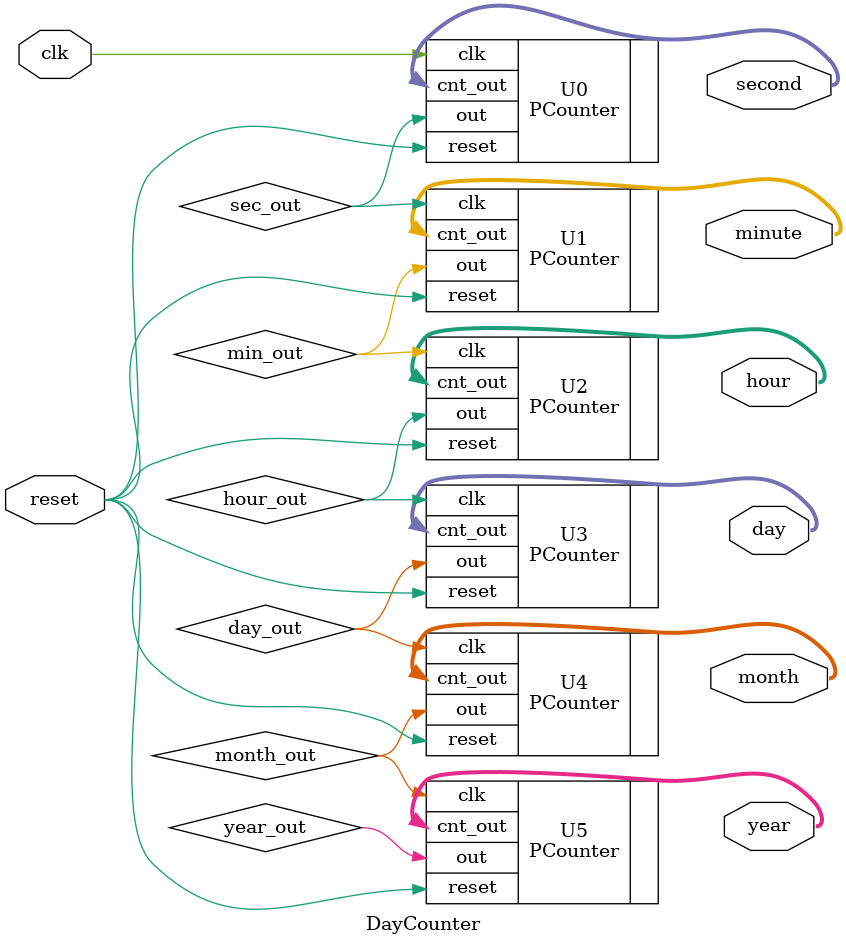
<source format=v>
module DayCounter(input clk, reset, output [5:0] second,minute, output [4:0] hour,day, output[3:0] month, output [6:0] year);
	// minute and second are maximum 59 => 6 bit
	// hour is maximum 23 and day is maximum 29 => 5 bit
	// month is maximum 11 => 4 bit
	// year is unbounded but e.g. maximum is 99 then it should become a century => 7 bit
	wire year_out,month_out,day_out,hour_out,min_out,sec_out;

	//second
	PCounter #(.MAX_SIZE(6),.p(59)) U0 (.clk(clk),.cnt_out(second),.out(sec_out),.reset(reset));

	//minute
	PCounter #(.MAX_SIZE(6),.p(59)) U1 (.clk(sec_out),.cnt_out(minute),.out(min_out),.reset(reset));

	//hour
	PCounter #(.MAX_SIZE(5),.p(23)) U2 (.clk(min_out),.cnt_out(hour),.out(hour_out),.reset(reset));

	//day
	PCounter #(.MAX_SIZE(5),.p(29)) U3 (.clk(hour_out),.cnt_out(day),.out(day_out),.reset(reset));

	//month
	PCounter #(.MAX_SIZE(4),.p(11)) U4 (.clk(day_out),.cnt_out(month),.out(month_out),.reset(reset));

	//year
	PCounter #(.MAX_SIZE(7),.p(99)) U5 (.clk(month_out),.cnt_out(year),.out(year_out),.reset(reset));

endmodule
</source>
